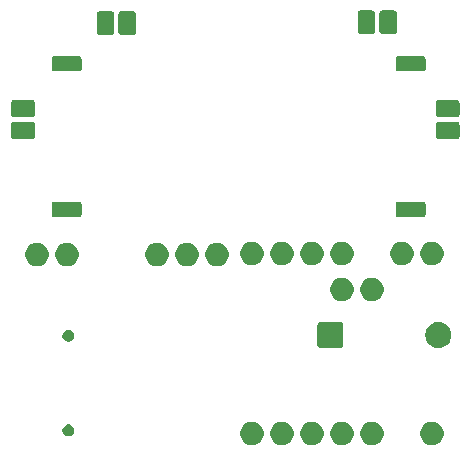
<source format=gts>
G04 #@! TF.GenerationSoftware,KiCad,Pcbnew,9.0.5*
G04 #@! TF.CreationDate,2025-12-02T21:41:35+01:00*
G04 #@! TF.ProjectId,ToyBoard,546f7942-6f61-4726-942e-6b696361645f,rev?*
G04 #@! TF.SameCoordinates,Original*
G04 #@! TF.FileFunction,Soldermask,Top*
G04 #@! TF.FilePolarity,Negative*
%FSLAX46Y46*%
G04 Gerber Fmt 4.6, Leading zero omitted, Abs format (unit mm)*
G04 Created by KiCad (PCBNEW 9.0.5) date 2025-12-02 21:41:35*
%MOMM*%
%LPD*%
G01*
G04 APERTURE LIST*
G04 APERTURE END LIST*
G36*
X138570285Y-128963060D02*
G01*
X138751397Y-129038079D01*
X138914393Y-129146990D01*
X139053010Y-129285607D01*
X139161921Y-129448603D01*
X139236940Y-129629715D01*
X139275185Y-129821983D01*
X139275185Y-130018017D01*
X139236940Y-130210285D01*
X139161921Y-130391397D01*
X139053010Y-130554393D01*
X138914393Y-130693010D01*
X138751397Y-130801921D01*
X138570285Y-130876940D01*
X138378017Y-130915185D01*
X138181983Y-130915185D01*
X137989715Y-130876940D01*
X137808603Y-130801921D01*
X137645607Y-130693010D01*
X137506990Y-130554393D01*
X137398079Y-130391397D01*
X137323060Y-130210285D01*
X137284815Y-130018017D01*
X137284815Y-129821983D01*
X137323060Y-129629715D01*
X137398079Y-129448603D01*
X137506990Y-129285607D01*
X137645607Y-129146990D01*
X137808603Y-129038079D01*
X137989715Y-128963060D01*
X138181983Y-128924815D01*
X138378017Y-128924815D01*
X138570285Y-128963060D01*
G37*
G36*
X141110285Y-128963060D02*
G01*
X141291397Y-129038079D01*
X141454393Y-129146990D01*
X141593010Y-129285607D01*
X141701921Y-129448603D01*
X141776940Y-129629715D01*
X141815185Y-129821983D01*
X141815185Y-130018017D01*
X141776940Y-130210285D01*
X141701921Y-130391397D01*
X141593010Y-130554393D01*
X141454393Y-130693010D01*
X141291397Y-130801921D01*
X141110285Y-130876940D01*
X140918017Y-130915185D01*
X140721983Y-130915185D01*
X140529715Y-130876940D01*
X140348603Y-130801921D01*
X140185607Y-130693010D01*
X140046990Y-130554393D01*
X139938079Y-130391397D01*
X139863060Y-130210285D01*
X139824815Y-130018017D01*
X139824815Y-129821983D01*
X139863060Y-129629715D01*
X139938079Y-129448603D01*
X140046990Y-129285607D01*
X140185607Y-129146990D01*
X140348603Y-129038079D01*
X140529715Y-128963060D01*
X140721983Y-128924815D01*
X140918017Y-128924815D01*
X141110285Y-128963060D01*
G37*
G36*
X143650285Y-128963060D02*
G01*
X143831397Y-129038079D01*
X143994393Y-129146990D01*
X144133010Y-129285607D01*
X144241921Y-129448603D01*
X144316940Y-129629715D01*
X144355185Y-129821983D01*
X144355185Y-130018017D01*
X144316940Y-130210285D01*
X144241921Y-130391397D01*
X144133010Y-130554393D01*
X143994393Y-130693010D01*
X143831397Y-130801921D01*
X143650285Y-130876940D01*
X143458017Y-130915185D01*
X143261983Y-130915185D01*
X143069715Y-130876940D01*
X142888603Y-130801921D01*
X142725607Y-130693010D01*
X142586990Y-130554393D01*
X142478079Y-130391397D01*
X142403060Y-130210285D01*
X142364815Y-130018017D01*
X142364815Y-129821983D01*
X142403060Y-129629715D01*
X142478079Y-129448603D01*
X142586990Y-129285607D01*
X142725607Y-129146990D01*
X142888603Y-129038079D01*
X143069715Y-128963060D01*
X143261983Y-128924815D01*
X143458017Y-128924815D01*
X143650285Y-128963060D01*
G37*
G36*
X146190285Y-128963060D02*
G01*
X146371397Y-129038079D01*
X146534393Y-129146990D01*
X146673010Y-129285607D01*
X146781921Y-129448603D01*
X146856940Y-129629715D01*
X146895185Y-129821983D01*
X146895185Y-130018017D01*
X146856940Y-130210285D01*
X146781921Y-130391397D01*
X146673010Y-130554393D01*
X146534393Y-130693010D01*
X146371397Y-130801921D01*
X146190285Y-130876940D01*
X145998017Y-130915185D01*
X145801983Y-130915185D01*
X145609715Y-130876940D01*
X145428603Y-130801921D01*
X145265607Y-130693010D01*
X145126990Y-130554393D01*
X145018079Y-130391397D01*
X144943060Y-130210285D01*
X144904815Y-130018017D01*
X144904815Y-129821983D01*
X144943060Y-129629715D01*
X145018079Y-129448603D01*
X145126990Y-129285607D01*
X145265607Y-129146990D01*
X145428603Y-129038079D01*
X145609715Y-128963060D01*
X145801983Y-128924815D01*
X145998017Y-128924815D01*
X146190285Y-128963060D01*
G37*
G36*
X148730285Y-128963060D02*
G01*
X148911397Y-129038079D01*
X149074393Y-129146990D01*
X149213010Y-129285607D01*
X149321921Y-129448603D01*
X149396940Y-129629715D01*
X149435185Y-129821983D01*
X149435185Y-130018017D01*
X149396940Y-130210285D01*
X149321921Y-130391397D01*
X149213010Y-130554393D01*
X149074393Y-130693010D01*
X148911397Y-130801921D01*
X148730285Y-130876940D01*
X148538017Y-130915185D01*
X148341983Y-130915185D01*
X148149715Y-130876940D01*
X147968603Y-130801921D01*
X147805607Y-130693010D01*
X147666990Y-130554393D01*
X147558079Y-130391397D01*
X147483060Y-130210285D01*
X147444815Y-130018017D01*
X147444815Y-129821983D01*
X147483060Y-129629715D01*
X147558079Y-129448603D01*
X147666990Y-129285607D01*
X147805607Y-129146990D01*
X147968603Y-129038079D01*
X148149715Y-128963060D01*
X148341983Y-128924815D01*
X148538017Y-128924815D01*
X148730285Y-128963060D01*
G37*
G36*
X153810285Y-128963060D02*
G01*
X153991397Y-129038079D01*
X154154393Y-129146990D01*
X154293010Y-129285607D01*
X154401921Y-129448603D01*
X154476940Y-129629715D01*
X154515185Y-129821983D01*
X154515185Y-130018017D01*
X154476940Y-130210285D01*
X154401921Y-130391397D01*
X154293010Y-130554393D01*
X154154393Y-130693010D01*
X153991397Y-130801921D01*
X153810285Y-130876940D01*
X153618017Y-130915185D01*
X153421983Y-130915185D01*
X153229715Y-130876940D01*
X153048603Y-130801921D01*
X152885607Y-130693010D01*
X152746990Y-130554393D01*
X152638079Y-130391397D01*
X152563060Y-130210285D01*
X152524815Y-130018017D01*
X152524815Y-129821983D01*
X152563060Y-129629715D01*
X152638079Y-129448603D01*
X152746990Y-129285607D01*
X152885607Y-129146990D01*
X153048603Y-129038079D01*
X153229715Y-128963060D01*
X153421983Y-128924815D01*
X153618017Y-128924815D01*
X153810285Y-128963060D01*
G37*
G36*
X122925342Y-129202060D02*
G01*
X123038381Y-129267323D01*
X123130677Y-129359619D01*
X123195940Y-129472658D01*
X123229722Y-129598737D01*
X123229722Y-129729263D01*
X123195940Y-129855342D01*
X123130677Y-129968381D01*
X123038381Y-130060677D01*
X122925342Y-130125940D01*
X122799263Y-130159722D01*
X122668737Y-130159722D01*
X122542658Y-130125940D01*
X122429619Y-130060677D01*
X122337323Y-129968381D01*
X122272060Y-129855342D01*
X122238278Y-129729263D01*
X122238278Y-129598737D01*
X122272060Y-129472658D01*
X122337323Y-129359619D01*
X122429619Y-129267323D01*
X122542658Y-129202060D01*
X122668737Y-129168278D01*
X122799263Y-129168278D01*
X122925342Y-129202060D01*
G37*
G36*
X145782850Y-120500964D02*
G01*
X145833041Y-120506787D01*
X145850191Y-120514359D01*
X145873671Y-120519030D01*
X145898806Y-120535825D01*
X145918696Y-120544607D01*
X145932280Y-120558191D01*
X145954777Y-120573223D01*
X145969808Y-120595719D01*
X145983392Y-120609303D01*
X145992173Y-120629190D01*
X146008970Y-120654329D01*
X146013640Y-120677809D01*
X146021212Y-120694958D01*
X146027036Y-120745161D01*
X146027999Y-120750000D01*
X146027999Y-120753456D01*
X146028000Y-120753465D01*
X146028000Y-121686291D01*
X146028000Y-122450001D01*
X146027034Y-122454853D01*
X146021212Y-122505041D01*
X146013641Y-122522187D01*
X146008970Y-122545671D01*
X145992171Y-122570811D01*
X145983392Y-122590696D01*
X145969810Y-122604277D01*
X145954777Y-122626777D01*
X145932277Y-122641810D01*
X145918696Y-122655392D01*
X145898811Y-122664171D01*
X145873671Y-122680970D01*
X145850188Y-122685640D01*
X145833041Y-122693212D01*
X145782838Y-122699036D01*
X145778000Y-122699999D01*
X145774543Y-122699999D01*
X145774535Y-122700000D01*
X144081465Y-122700000D01*
X144081464Y-122699999D01*
X144077999Y-122700000D01*
X144073147Y-122699035D01*
X144022958Y-122693212D01*
X144005810Y-122685640D01*
X143982329Y-122680970D01*
X143957190Y-122664173D01*
X143937303Y-122655392D01*
X143923719Y-122641808D01*
X143901223Y-122626777D01*
X143886191Y-122604280D01*
X143872607Y-122590696D01*
X143863825Y-122570806D01*
X143847030Y-122545671D01*
X143842360Y-122522192D01*
X143834787Y-122505041D01*
X143828963Y-122454838D01*
X143828001Y-122450000D01*
X143828000Y-122446542D01*
X143828000Y-122446534D01*
X143828000Y-120753465D01*
X143828000Y-120753464D01*
X143828000Y-120749999D01*
X143828964Y-120745149D01*
X143834787Y-120694958D01*
X143842359Y-120677806D01*
X143847030Y-120654329D01*
X143863823Y-120629194D01*
X143872607Y-120609303D01*
X143886193Y-120595716D01*
X143901223Y-120573223D01*
X143923716Y-120558193D01*
X143937303Y-120544607D01*
X143957194Y-120535823D01*
X143982329Y-120519030D01*
X144005805Y-120514360D01*
X144022958Y-120506787D01*
X144073163Y-120500963D01*
X144078000Y-120500001D01*
X144081456Y-120500000D01*
X144081465Y-120500000D01*
X145774535Y-120500000D01*
X145778001Y-120500000D01*
X145782850Y-120500964D01*
G37*
G36*
X154328790Y-120530393D02*
G01*
X154492952Y-120583733D01*
X154646748Y-120662096D01*
X154786393Y-120763553D01*
X154908447Y-120885607D01*
X155009904Y-121025252D01*
X155088267Y-121179048D01*
X155141607Y-121343210D01*
X155168609Y-121513695D01*
X155168609Y-121686305D01*
X155141607Y-121856790D01*
X155088267Y-122020952D01*
X155009904Y-122174748D01*
X154908447Y-122314393D01*
X154786393Y-122436447D01*
X154646748Y-122537904D01*
X154492952Y-122616267D01*
X154328790Y-122669607D01*
X154158305Y-122696609D01*
X153985695Y-122696609D01*
X153815210Y-122669607D01*
X153651048Y-122616267D01*
X153497252Y-122537904D01*
X153357607Y-122436447D01*
X153235553Y-122314393D01*
X153134096Y-122174748D01*
X153055733Y-122020952D01*
X153002393Y-121856790D01*
X152975391Y-121686305D01*
X152975391Y-121513695D01*
X153002393Y-121343210D01*
X153055733Y-121179048D01*
X153134096Y-121025252D01*
X153235553Y-120885607D01*
X153357607Y-120763553D01*
X153497252Y-120662096D01*
X153651048Y-120583733D01*
X153815210Y-120530393D01*
X153985695Y-120503391D01*
X154158305Y-120503391D01*
X154328790Y-120530393D01*
G37*
G36*
X122925342Y-121202060D02*
G01*
X123038381Y-121267323D01*
X123130677Y-121359619D01*
X123195940Y-121472658D01*
X123229722Y-121598737D01*
X123229722Y-121729263D01*
X123195940Y-121855342D01*
X123130677Y-121968381D01*
X123038381Y-122060677D01*
X122925342Y-122125940D01*
X122799263Y-122159722D01*
X122668737Y-122159722D01*
X122542658Y-122125940D01*
X122429619Y-122060677D01*
X122337323Y-121968381D01*
X122272060Y-121855342D01*
X122238278Y-121729263D01*
X122238278Y-121598737D01*
X122272060Y-121472658D01*
X122337323Y-121359619D01*
X122429619Y-121267323D01*
X122542658Y-121202060D01*
X122668737Y-121168278D01*
X122799263Y-121168278D01*
X122925342Y-121202060D01*
G37*
G36*
X146190285Y-116771060D02*
G01*
X146371397Y-116846079D01*
X146534393Y-116954990D01*
X146673010Y-117093607D01*
X146781921Y-117256603D01*
X146856940Y-117437715D01*
X146895185Y-117629983D01*
X146895185Y-117826017D01*
X146856940Y-118018285D01*
X146781921Y-118199397D01*
X146673010Y-118362393D01*
X146534393Y-118501010D01*
X146371397Y-118609921D01*
X146190285Y-118684940D01*
X145998017Y-118723185D01*
X145801983Y-118723185D01*
X145609715Y-118684940D01*
X145428603Y-118609921D01*
X145265607Y-118501010D01*
X145126990Y-118362393D01*
X145018079Y-118199397D01*
X144943060Y-118018285D01*
X144904815Y-117826017D01*
X144904815Y-117629983D01*
X144943060Y-117437715D01*
X145018079Y-117256603D01*
X145126990Y-117093607D01*
X145265607Y-116954990D01*
X145428603Y-116846079D01*
X145609715Y-116771060D01*
X145801983Y-116732815D01*
X145998017Y-116732815D01*
X146190285Y-116771060D01*
G37*
G36*
X148730285Y-116771060D02*
G01*
X148911397Y-116846079D01*
X149074393Y-116954990D01*
X149213010Y-117093607D01*
X149321921Y-117256603D01*
X149396940Y-117437715D01*
X149435185Y-117629983D01*
X149435185Y-117826017D01*
X149396940Y-118018285D01*
X149321921Y-118199397D01*
X149213010Y-118362393D01*
X149074393Y-118501010D01*
X148911397Y-118609921D01*
X148730285Y-118684940D01*
X148538017Y-118723185D01*
X148341983Y-118723185D01*
X148149715Y-118684940D01*
X147968603Y-118609921D01*
X147805607Y-118501010D01*
X147666990Y-118362393D01*
X147558079Y-118199397D01*
X147483060Y-118018285D01*
X147444815Y-117826017D01*
X147444815Y-117629983D01*
X147483060Y-117437715D01*
X147558079Y-117256603D01*
X147666990Y-117093607D01*
X147805607Y-116954990D01*
X147968603Y-116846079D01*
X148149715Y-116771060D01*
X148341983Y-116732815D01*
X148538017Y-116732815D01*
X148730285Y-116771060D01*
G37*
G36*
X120370285Y-113823060D02*
G01*
X120551397Y-113898079D01*
X120714393Y-114006990D01*
X120853010Y-114145607D01*
X120961921Y-114308603D01*
X121036940Y-114489715D01*
X121075185Y-114681983D01*
X121075185Y-114878017D01*
X121036940Y-115070285D01*
X120961921Y-115251397D01*
X120853010Y-115414393D01*
X120714393Y-115553010D01*
X120551397Y-115661921D01*
X120370285Y-115736940D01*
X120178017Y-115775185D01*
X119981983Y-115775185D01*
X119789715Y-115736940D01*
X119608603Y-115661921D01*
X119445607Y-115553010D01*
X119306990Y-115414393D01*
X119198079Y-115251397D01*
X119123060Y-115070285D01*
X119084815Y-114878017D01*
X119084815Y-114681983D01*
X119123060Y-114489715D01*
X119198079Y-114308603D01*
X119306990Y-114145607D01*
X119445607Y-114006990D01*
X119608603Y-113898079D01*
X119789715Y-113823060D01*
X119981983Y-113784815D01*
X120178017Y-113784815D01*
X120370285Y-113823060D01*
G37*
G36*
X122910285Y-113823060D02*
G01*
X123091397Y-113898079D01*
X123254393Y-114006990D01*
X123393010Y-114145607D01*
X123501921Y-114308603D01*
X123576940Y-114489715D01*
X123615185Y-114681983D01*
X123615185Y-114878017D01*
X123576940Y-115070285D01*
X123501921Y-115251397D01*
X123393010Y-115414393D01*
X123254393Y-115553010D01*
X123091397Y-115661921D01*
X122910285Y-115736940D01*
X122718017Y-115775185D01*
X122521983Y-115775185D01*
X122329715Y-115736940D01*
X122148603Y-115661921D01*
X121985607Y-115553010D01*
X121846990Y-115414393D01*
X121738079Y-115251397D01*
X121663060Y-115070285D01*
X121624815Y-114878017D01*
X121624815Y-114681983D01*
X121663060Y-114489715D01*
X121738079Y-114308603D01*
X121846990Y-114145607D01*
X121985607Y-114006990D01*
X122148603Y-113898079D01*
X122329715Y-113823060D01*
X122521983Y-113784815D01*
X122718017Y-113784815D01*
X122910285Y-113823060D01*
G37*
G36*
X130530285Y-113823060D02*
G01*
X130711397Y-113898079D01*
X130874393Y-114006990D01*
X131013010Y-114145607D01*
X131121921Y-114308603D01*
X131196940Y-114489715D01*
X131235185Y-114681983D01*
X131235185Y-114878017D01*
X131196940Y-115070285D01*
X131121921Y-115251397D01*
X131013010Y-115414393D01*
X130874393Y-115553010D01*
X130711397Y-115661921D01*
X130530285Y-115736940D01*
X130338017Y-115775185D01*
X130141983Y-115775185D01*
X129949715Y-115736940D01*
X129768603Y-115661921D01*
X129605607Y-115553010D01*
X129466990Y-115414393D01*
X129358079Y-115251397D01*
X129283060Y-115070285D01*
X129244815Y-114878017D01*
X129244815Y-114681983D01*
X129283060Y-114489715D01*
X129358079Y-114308603D01*
X129466990Y-114145607D01*
X129605607Y-114006990D01*
X129768603Y-113898079D01*
X129949715Y-113823060D01*
X130141983Y-113784815D01*
X130338017Y-113784815D01*
X130530285Y-113823060D01*
G37*
G36*
X133070285Y-113823060D02*
G01*
X133251397Y-113898079D01*
X133414393Y-114006990D01*
X133553010Y-114145607D01*
X133661921Y-114308603D01*
X133736940Y-114489715D01*
X133775185Y-114681983D01*
X133775185Y-114878017D01*
X133736940Y-115070285D01*
X133661921Y-115251397D01*
X133553010Y-115414393D01*
X133414393Y-115553010D01*
X133251397Y-115661921D01*
X133070285Y-115736940D01*
X132878017Y-115775185D01*
X132681983Y-115775185D01*
X132489715Y-115736940D01*
X132308603Y-115661921D01*
X132145607Y-115553010D01*
X132006990Y-115414393D01*
X131898079Y-115251397D01*
X131823060Y-115070285D01*
X131784815Y-114878017D01*
X131784815Y-114681983D01*
X131823060Y-114489715D01*
X131898079Y-114308603D01*
X132006990Y-114145607D01*
X132145607Y-114006990D01*
X132308603Y-113898079D01*
X132489715Y-113823060D01*
X132681983Y-113784815D01*
X132878017Y-113784815D01*
X133070285Y-113823060D01*
G37*
G36*
X135610285Y-113823060D02*
G01*
X135791397Y-113898079D01*
X135954393Y-114006990D01*
X136093010Y-114145607D01*
X136201921Y-114308603D01*
X136276940Y-114489715D01*
X136315185Y-114681983D01*
X136315185Y-114878017D01*
X136276940Y-115070285D01*
X136201921Y-115251397D01*
X136093010Y-115414393D01*
X135954393Y-115553010D01*
X135791397Y-115661921D01*
X135610285Y-115736940D01*
X135418017Y-115775185D01*
X135221983Y-115775185D01*
X135029715Y-115736940D01*
X134848603Y-115661921D01*
X134685607Y-115553010D01*
X134546990Y-115414393D01*
X134438079Y-115251397D01*
X134363060Y-115070285D01*
X134324815Y-114878017D01*
X134324815Y-114681983D01*
X134363060Y-114489715D01*
X134438079Y-114308603D01*
X134546990Y-114145607D01*
X134685607Y-114006990D01*
X134848603Y-113898079D01*
X135029715Y-113823060D01*
X135221983Y-113784815D01*
X135418017Y-113784815D01*
X135610285Y-113823060D01*
G37*
G36*
X138570285Y-113723060D02*
G01*
X138751397Y-113798079D01*
X138914393Y-113906990D01*
X139053010Y-114045607D01*
X139161921Y-114208603D01*
X139236940Y-114389715D01*
X139275185Y-114581983D01*
X139275185Y-114778017D01*
X139236940Y-114970285D01*
X139161921Y-115151397D01*
X139053010Y-115314393D01*
X138914393Y-115453010D01*
X138751397Y-115561921D01*
X138570285Y-115636940D01*
X138378017Y-115675185D01*
X138181983Y-115675185D01*
X137989715Y-115636940D01*
X137808603Y-115561921D01*
X137645607Y-115453010D01*
X137506990Y-115314393D01*
X137398079Y-115151397D01*
X137323060Y-114970285D01*
X137284815Y-114778017D01*
X137284815Y-114581983D01*
X137323060Y-114389715D01*
X137398079Y-114208603D01*
X137506990Y-114045607D01*
X137645607Y-113906990D01*
X137808603Y-113798079D01*
X137989715Y-113723060D01*
X138181983Y-113684815D01*
X138378017Y-113684815D01*
X138570285Y-113723060D01*
G37*
G36*
X141110285Y-113723060D02*
G01*
X141291397Y-113798079D01*
X141454393Y-113906990D01*
X141593010Y-114045607D01*
X141701921Y-114208603D01*
X141776940Y-114389715D01*
X141815185Y-114581983D01*
X141815185Y-114778017D01*
X141776940Y-114970285D01*
X141701921Y-115151397D01*
X141593010Y-115314393D01*
X141454393Y-115453010D01*
X141291397Y-115561921D01*
X141110285Y-115636940D01*
X140918017Y-115675185D01*
X140721983Y-115675185D01*
X140529715Y-115636940D01*
X140348603Y-115561921D01*
X140185607Y-115453010D01*
X140046990Y-115314393D01*
X139938079Y-115151397D01*
X139863060Y-114970285D01*
X139824815Y-114778017D01*
X139824815Y-114581983D01*
X139863060Y-114389715D01*
X139938079Y-114208603D01*
X140046990Y-114045607D01*
X140185607Y-113906990D01*
X140348603Y-113798079D01*
X140529715Y-113723060D01*
X140721983Y-113684815D01*
X140918017Y-113684815D01*
X141110285Y-113723060D01*
G37*
G36*
X143650285Y-113723060D02*
G01*
X143831397Y-113798079D01*
X143994393Y-113906990D01*
X144133010Y-114045607D01*
X144241921Y-114208603D01*
X144316940Y-114389715D01*
X144355185Y-114581983D01*
X144355185Y-114778017D01*
X144316940Y-114970285D01*
X144241921Y-115151397D01*
X144133010Y-115314393D01*
X143994393Y-115453010D01*
X143831397Y-115561921D01*
X143650285Y-115636940D01*
X143458017Y-115675185D01*
X143261983Y-115675185D01*
X143069715Y-115636940D01*
X142888603Y-115561921D01*
X142725607Y-115453010D01*
X142586990Y-115314393D01*
X142478079Y-115151397D01*
X142403060Y-114970285D01*
X142364815Y-114778017D01*
X142364815Y-114581983D01*
X142403060Y-114389715D01*
X142478079Y-114208603D01*
X142586990Y-114045607D01*
X142725607Y-113906990D01*
X142888603Y-113798079D01*
X143069715Y-113723060D01*
X143261983Y-113684815D01*
X143458017Y-113684815D01*
X143650285Y-113723060D01*
G37*
G36*
X146190285Y-113723060D02*
G01*
X146371397Y-113798079D01*
X146534393Y-113906990D01*
X146673010Y-114045607D01*
X146781921Y-114208603D01*
X146856940Y-114389715D01*
X146895185Y-114581983D01*
X146895185Y-114778017D01*
X146856940Y-114970285D01*
X146781921Y-115151397D01*
X146673010Y-115314393D01*
X146534393Y-115453010D01*
X146371397Y-115561921D01*
X146190285Y-115636940D01*
X145998017Y-115675185D01*
X145801983Y-115675185D01*
X145609715Y-115636940D01*
X145428603Y-115561921D01*
X145265607Y-115453010D01*
X145126990Y-115314393D01*
X145018079Y-115151397D01*
X144943060Y-114970285D01*
X144904815Y-114778017D01*
X144904815Y-114581983D01*
X144943060Y-114389715D01*
X145018079Y-114208603D01*
X145126990Y-114045607D01*
X145265607Y-113906990D01*
X145428603Y-113798079D01*
X145609715Y-113723060D01*
X145801983Y-113684815D01*
X145998017Y-113684815D01*
X146190285Y-113723060D01*
G37*
G36*
X151270285Y-113723060D02*
G01*
X151451397Y-113798079D01*
X151614393Y-113906990D01*
X151753010Y-114045607D01*
X151861921Y-114208603D01*
X151936940Y-114389715D01*
X151975185Y-114581983D01*
X151975185Y-114778017D01*
X151936940Y-114970285D01*
X151861921Y-115151397D01*
X151753010Y-115314393D01*
X151614393Y-115453010D01*
X151451397Y-115561921D01*
X151270285Y-115636940D01*
X151078017Y-115675185D01*
X150881983Y-115675185D01*
X150689715Y-115636940D01*
X150508603Y-115561921D01*
X150345607Y-115453010D01*
X150206990Y-115314393D01*
X150098079Y-115151397D01*
X150023060Y-114970285D01*
X149984815Y-114778017D01*
X149984815Y-114581983D01*
X150023060Y-114389715D01*
X150098079Y-114208603D01*
X150206990Y-114045607D01*
X150345607Y-113906990D01*
X150508603Y-113798079D01*
X150689715Y-113723060D01*
X150881983Y-113684815D01*
X151078017Y-113684815D01*
X151270285Y-113723060D01*
G37*
G36*
X153810285Y-113723060D02*
G01*
X153991397Y-113798079D01*
X154154393Y-113906990D01*
X154293010Y-114045607D01*
X154401921Y-114208603D01*
X154476940Y-114389715D01*
X154515185Y-114581983D01*
X154515185Y-114778017D01*
X154476940Y-114970285D01*
X154401921Y-115151397D01*
X154293010Y-115314393D01*
X154154393Y-115453010D01*
X153991397Y-115561921D01*
X153810285Y-115636940D01*
X153618017Y-115675185D01*
X153421983Y-115675185D01*
X153229715Y-115636940D01*
X153048603Y-115561921D01*
X152885607Y-115453010D01*
X152746990Y-115314393D01*
X152638079Y-115151397D01*
X152563060Y-114970285D01*
X152524815Y-114778017D01*
X152524815Y-114581983D01*
X152563060Y-114389715D01*
X152638079Y-114208603D01*
X152746990Y-114045607D01*
X152885607Y-113906990D01*
X153048603Y-113798079D01*
X153229715Y-113723060D01*
X153421983Y-113684815D01*
X153618017Y-113684815D01*
X153810285Y-113723060D01*
G37*
G36*
X123734401Y-110329501D02*
G01*
X123796204Y-110370796D01*
X123837499Y-110432599D01*
X123852000Y-110505500D01*
X123852000Y-111394500D01*
X123837499Y-111467401D01*
X123796204Y-111529204D01*
X123734401Y-111570499D01*
X123661500Y-111585000D01*
X121502500Y-111585000D01*
X121429599Y-111570499D01*
X121367796Y-111529204D01*
X121326501Y-111467401D01*
X121312000Y-111394500D01*
X121312000Y-110505500D01*
X121326501Y-110432599D01*
X121367796Y-110370796D01*
X121429599Y-110329501D01*
X121502500Y-110315000D01*
X123661500Y-110315000D01*
X123734401Y-110329501D01*
G37*
G36*
X152868201Y-110329501D02*
G01*
X152930004Y-110370796D01*
X152971299Y-110432599D01*
X152985800Y-110505500D01*
X152985800Y-111394500D01*
X152971299Y-111467401D01*
X152930004Y-111529204D01*
X152868201Y-111570499D01*
X152795300Y-111585000D01*
X150636300Y-111585000D01*
X150563399Y-111570499D01*
X150501596Y-111529204D01*
X150460301Y-111467401D01*
X150445800Y-111394500D01*
X150445800Y-110505500D01*
X150460301Y-110432599D01*
X150501596Y-110370796D01*
X150563399Y-110329501D01*
X150636300Y-110315000D01*
X152795300Y-110315000D01*
X152868201Y-110329501D01*
G37*
G36*
X119655350Y-103525964D02*
G01*
X119705540Y-103531787D01*
X119722689Y-103539359D01*
X119746171Y-103544030D01*
X119771310Y-103560827D01*
X119791196Y-103569608D01*
X119804777Y-103583189D01*
X119827277Y-103598223D01*
X119842310Y-103620722D01*
X119855891Y-103634303D01*
X119864670Y-103654186D01*
X119881470Y-103679329D01*
X119886141Y-103702812D01*
X119893712Y-103719959D01*
X119899533Y-103770139D01*
X119900500Y-103775000D01*
X119900500Y-104775000D01*
X119899532Y-104779863D01*
X119893712Y-104830040D01*
X119886141Y-104847185D01*
X119881470Y-104870671D01*
X119864669Y-104895815D01*
X119855891Y-104915696D01*
X119842312Y-104929274D01*
X119827277Y-104951777D01*
X119804774Y-104966812D01*
X119791196Y-104980391D01*
X119771315Y-104989169D01*
X119746171Y-105005970D01*
X119722685Y-105010641D01*
X119705540Y-105018212D01*
X119655361Y-105024032D01*
X119650500Y-105025000D01*
X118150500Y-105025000D01*
X118145638Y-105024032D01*
X118095459Y-105018212D01*
X118078312Y-105010641D01*
X118054829Y-105005970D01*
X118029686Y-104989170D01*
X118009803Y-104980391D01*
X117996222Y-104966810D01*
X117973723Y-104951777D01*
X117958689Y-104929277D01*
X117945108Y-104915696D01*
X117936327Y-104895810D01*
X117919530Y-104870671D01*
X117914859Y-104847189D01*
X117907287Y-104830040D01*
X117901464Y-104779849D01*
X117900500Y-104775000D01*
X117900500Y-103775000D01*
X117901464Y-103770150D01*
X117907287Y-103719959D01*
X117914859Y-103702808D01*
X117919530Y-103679329D01*
X117936326Y-103654191D01*
X117945108Y-103634303D01*
X117958691Y-103620719D01*
X117973723Y-103598223D01*
X117996219Y-103583191D01*
X118009803Y-103569608D01*
X118029691Y-103560826D01*
X118054829Y-103544030D01*
X118078308Y-103539359D01*
X118095459Y-103531787D01*
X118145651Y-103525964D01*
X118150500Y-103525000D01*
X119650500Y-103525000D01*
X119655350Y-103525964D01*
G37*
G36*
X155612850Y-103525964D02*
G01*
X155663040Y-103531787D01*
X155680189Y-103539359D01*
X155703671Y-103544030D01*
X155728810Y-103560827D01*
X155748696Y-103569608D01*
X155762277Y-103583189D01*
X155784777Y-103598223D01*
X155799810Y-103620722D01*
X155813391Y-103634303D01*
X155822170Y-103654186D01*
X155838970Y-103679329D01*
X155843641Y-103702812D01*
X155851212Y-103719959D01*
X155857033Y-103770139D01*
X155858000Y-103775000D01*
X155858000Y-104775000D01*
X155857032Y-104779863D01*
X155851212Y-104830040D01*
X155843641Y-104847185D01*
X155838970Y-104870671D01*
X155822169Y-104895815D01*
X155813391Y-104915696D01*
X155799812Y-104929274D01*
X155784777Y-104951777D01*
X155762274Y-104966812D01*
X155748696Y-104980391D01*
X155728815Y-104989169D01*
X155703671Y-105005970D01*
X155680185Y-105010641D01*
X155663040Y-105018212D01*
X155612861Y-105024032D01*
X155608000Y-105025000D01*
X154108000Y-105025000D01*
X154103138Y-105024032D01*
X154052959Y-105018212D01*
X154035812Y-105010641D01*
X154012329Y-105005970D01*
X153987186Y-104989170D01*
X153967303Y-104980391D01*
X153953722Y-104966810D01*
X153931223Y-104951777D01*
X153916189Y-104929277D01*
X153902608Y-104915696D01*
X153893827Y-104895810D01*
X153877030Y-104870671D01*
X153872359Y-104847189D01*
X153864787Y-104830040D01*
X153858964Y-104779849D01*
X153858000Y-104775000D01*
X153858000Y-103775000D01*
X153858964Y-103770150D01*
X153864787Y-103719959D01*
X153872359Y-103702808D01*
X153877030Y-103679329D01*
X153893826Y-103654191D01*
X153902608Y-103634303D01*
X153916191Y-103620719D01*
X153931223Y-103598223D01*
X153953719Y-103583191D01*
X153967303Y-103569608D01*
X153987191Y-103560826D01*
X154012329Y-103544030D01*
X154035808Y-103539359D01*
X154052959Y-103531787D01*
X154103151Y-103525964D01*
X154108000Y-103525000D01*
X155608000Y-103525000D01*
X155612850Y-103525964D01*
G37*
G36*
X119655350Y-101675964D02*
G01*
X119705540Y-101681787D01*
X119722689Y-101689359D01*
X119746171Y-101694030D01*
X119771310Y-101710827D01*
X119791196Y-101719608D01*
X119804777Y-101733189D01*
X119827277Y-101748223D01*
X119842310Y-101770722D01*
X119855891Y-101784303D01*
X119864670Y-101804186D01*
X119881470Y-101829329D01*
X119886141Y-101852812D01*
X119893712Y-101869959D01*
X119899533Y-101920139D01*
X119900500Y-101925000D01*
X119900500Y-102925000D01*
X119899532Y-102929863D01*
X119893712Y-102980040D01*
X119886141Y-102997185D01*
X119881470Y-103020671D01*
X119864669Y-103045815D01*
X119855891Y-103065696D01*
X119842312Y-103079274D01*
X119827277Y-103101777D01*
X119804774Y-103116812D01*
X119791196Y-103130391D01*
X119771315Y-103139169D01*
X119746171Y-103155970D01*
X119722685Y-103160641D01*
X119705540Y-103168212D01*
X119655361Y-103174032D01*
X119650500Y-103175000D01*
X118150500Y-103175000D01*
X118145638Y-103174032D01*
X118095459Y-103168212D01*
X118078312Y-103160641D01*
X118054829Y-103155970D01*
X118029686Y-103139170D01*
X118009803Y-103130391D01*
X117996222Y-103116810D01*
X117973723Y-103101777D01*
X117958689Y-103079277D01*
X117945108Y-103065696D01*
X117936327Y-103045810D01*
X117919530Y-103020671D01*
X117914859Y-102997189D01*
X117907287Y-102980040D01*
X117901464Y-102929849D01*
X117900500Y-102925000D01*
X117900500Y-101925000D01*
X117901464Y-101920150D01*
X117907287Y-101869959D01*
X117914859Y-101852808D01*
X117919530Y-101829329D01*
X117936326Y-101804191D01*
X117945108Y-101784303D01*
X117958691Y-101770719D01*
X117973723Y-101748223D01*
X117996219Y-101733191D01*
X118009803Y-101719608D01*
X118029691Y-101710826D01*
X118054829Y-101694030D01*
X118078308Y-101689359D01*
X118095459Y-101681787D01*
X118145651Y-101675964D01*
X118150500Y-101675000D01*
X119650500Y-101675000D01*
X119655350Y-101675964D01*
G37*
G36*
X155612850Y-101675964D02*
G01*
X155663040Y-101681787D01*
X155680189Y-101689359D01*
X155703671Y-101694030D01*
X155728810Y-101710827D01*
X155748696Y-101719608D01*
X155762277Y-101733189D01*
X155784777Y-101748223D01*
X155799810Y-101770722D01*
X155813391Y-101784303D01*
X155822170Y-101804186D01*
X155838970Y-101829329D01*
X155843641Y-101852812D01*
X155851212Y-101869959D01*
X155857033Y-101920139D01*
X155858000Y-101925000D01*
X155858000Y-102925000D01*
X155857032Y-102929863D01*
X155851212Y-102980040D01*
X155843641Y-102997185D01*
X155838970Y-103020671D01*
X155822169Y-103045815D01*
X155813391Y-103065696D01*
X155799812Y-103079274D01*
X155784777Y-103101777D01*
X155762274Y-103116812D01*
X155748696Y-103130391D01*
X155728815Y-103139169D01*
X155703671Y-103155970D01*
X155680185Y-103160641D01*
X155663040Y-103168212D01*
X155612861Y-103174032D01*
X155608000Y-103175000D01*
X154108000Y-103175000D01*
X154103138Y-103174032D01*
X154052959Y-103168212D01*
X154035812Y-103160641D01*
X154012329Y-103155970D01*
X153987186Y-103139170D01*
X153967303Y-103130391D01*
X153953722Y-103116810D01*
X153931223Y-103101777D01*
X153916189Y-103079277D01*
X153902608Y-103065696D01*
X153893827Y-103045810D01*
X153877030Y-103020671D01*
X153872359Y-102997189D01*
X153864787Y-102980040D01*
X153858964Y-102929849D01*
X153858000Y-102925000D01*
X153858000Y-101925000D01*
X153858964Y-101920150D01*
X153864787Y-101869959D01*
X153872359Y-101852808D01*
X153877030Y-101829329D01*
X153893826Y-101804191D01*
X153902608Y-101784303D01*
X153916191Y-101770719D01*
X153931223Y-101748223D01*
X153953719Y-101733191D01*
X153967303Y-101719608D01*
X153987191Y-101710826D01*
X154012329Y-101694030D01*
X154035808Y-101689359D01*
X154052959Y-101681787D01*
X154103151Y-101675964D01*
X154108000Y-101675000D01*
X155608000Y-101675000D01*
X155612850Y-101675964D01*
G37*
G36*
X123734401Y-98010501D02*
G01*
X123796204Y-98051796D01*
X123837499Y-98113599D01*
X123852000Y-98186500D01*
X123852000Y-99075500D01*
X123837499Y-99148401D01*
X123796204Y-99210204D01*
X123734401Y-99251499D01*
X123661500Y-99266000D01*
X121502500Y-99266000D01*
X121429599Y-99251499D01*
X121367796Y-99210204D01*
X121326501Y-99148401D01*
X121312000Y-99075500D01*
X121312000Y-98186500D01*
X121326501Y-98113599D01*
X121367796Y-98051796D01*
X121429599Y-98010501D01*
X121502500Y-97996000D01*
X123661500Y-97996000D01*
X123734401Y-98010501D01*
G37*
G36*
X152868201Y-98010501D02*
G01*
X152930004Y-98051796D01*
X152971299Y-98113599D01*
X152985800Y-98186500D01*
X152985800Y-99075500D01*
X152971299Y-99148401D01*
X152930004Y-99210204D01*
X152868201Y-99251499D01*
X152795300Y-99266000D01*
X150636300Y-99266000D01*
X150563399Y-99251499D01*
X150501596Y-99210204D01*
X150460301Y-99148401D01*
X150445800Y-99075500D01*
X150445800Y-98186500D01*
X150460301Y-98113599D01*
X150501596Y-98051796D01*
X150563399Y-98010501D01*
X150636300Y-97996000D01*
X152795300Y-97996000D01*
X152868201Y-98010501D01*
G37*
G36*
X126379850Y-94185964D02*
G01*
X126430040Y-94191787D01*
X126447189Y-94199359D01*
X126470671Y-94204030D01*
X126495810Y-94220827D01*
X126515696Y-94229608D01*
X126529277Y-94243189D01*
X126551777Y-94258223D01*
X126566810Y-94280722D01*
X126580391Y-94294303D01*
X126589170Y-94314186D01*
X126605970Y-94339329D01*
X126610641Y-94362812D01*
X126618212Y-94379959D01*
X126624033Y-94430139D01*
X126625000Y-94435000D01*
X126625000Y-95935000D01*
X126624032Y-95939863D01*
X126618212Y-95990040D01*
X126610641Y-96007185D01*
X126605970Y-96030671D01*
X126589169Y-96055815D01*
X126580391Y-96075696D01*
X126566812Y-96089274D01*
X126551777Y-96111777D01*
X126529274Y-96126812D01*
X126515696Y-96140391D01*
X126495815Y-96149169D01*
X126470671Y-96165970D01*
X126447185Y-96170641D01*
X126430040Y-96178212D01*
X126379861Y-96184032D01*
X126375000Y-96185000D01*
X125375000Y-96185000D01*
X125370138Y-96184032D01*
X125319959Y-96178212D01*
X125302812Y-96170641D01*
X125279329Y-96165970D01*
X125254186Y-96149170D01*
X125234303Y-96140391D01*
X125220722Y-96126810D01*
X125198223Y-96111777D01*
X125183189Y-96089277D01*
X125169608Y-96075696D01*
X125160827Y-96055810D01*
X125144030Y-96030671D01*
X125139359Y-96007189D01*
X125131787Y-95990040D01*
X125125964Y-95939849D01*
X125125000Y-95935000D01*
X125125000Y-94435000D01*
X125125964Y-94430150D01*
X125131787Y-94379959D01*
X125139359Y-94362808D01*
X125144030Y-94339329D01*
X125160826Y-94314191D01*
X125169608Y-94294303D01*
X125183191Y-94280719D01*
X125198223Y-94258223D01*
X125220719Y-94243191D01*
X125234303Y-94229608D01*
X125254191Y-94220826D01*
X125279329Y-94204030D01*
X125302808Y-94199359D01*
X125319959Y-94191787D01*
X125370151Y-94185964D01*
X125375000Y-94185000D01*
X126375000Y-94185000D01*
X126379850Y-94185964D01*
G37*
G36*
X128229850Y-94185964D02*
G01*
X128280040Y-94191787D01*
X128297189Y-94199359D01*
X128320671Y-94204030D01*
X128345810Y-94220827D01*
X128365696Y-94229608D01*
X128379277Y-94243189D01*
X128401777Y-94258223D01*
X128416810Y-94280722D01*
X128430391Y-94294303D01*
X128439170Y-94314186D01*
X128455970Y-94339329D01*
X128460641Y-94362812D01*
X128468212Y-94379959D01*
X128474033Y-94430139D01*
X128475000Y-94435000D01*
X128475000Y-95935000D01*
X128474032Y-95939863D01*
X128468212Y-95990040D01*
X128460641Y-96007185D01*
X128455970Y-96030671D01*
X128439169Y-96055815D01*
X128430391Y-96075696D01*
X128416812Y-96089274D01*
X128401777Y-96111777D01*
X128379274Y-96126812D01*
X128365696Y-96140391D01*
X128345815Y-96149169D01*
X128320671Y-96165970D01*
X128297185Y-96170641D01*
X128280040Y-96178212D01*
X128229861Y-96184032D01*
X128225000Y-96185000D01*
X127225000Y-96185000D01*
X127220138Y-96184032D01*
X127169959Y-96178212D01*
X127152812Y-96170641D01*
X127129329Y-96165970D01*
X127104186Y-96149170D01*
X127084303Y-96140391D01*
X127070722Y-96126810D01*
X127048223Y-96111777D01*
X127033189Y-96089277D01*
X127019608Y-96075696D01*
X127010827Y-96055810D01*
X126994030Y-96030671D01*
X126989359Y-96007189D01*
X126981787Y-95990040D01*
X126975964Y-95939849D01*
X126975000Y-95935000D01*
X126975000Y-94435000D01*
X126975964Y-94430150D01*
X126981787Y-94379959D01*
X126989359Y-94362808D01*
X126994030Y-94339329D01*
X127010826Y-94314191D01*
X127019608Y-94294303D01*
X127033191Y-94280719D01*
X127048223Y-94258223D01*
X127070719Y-94243191D01*
X127084303Y-94229608D01*
X127104191Y-94220826D01*
X127129329Y-94204030D01*
X127152808Y-94199359D01*
X127169959Y-94191787D01*
X127220151Y-94185964D01*
X127225000Y-94185000D01*
X128225000Y-94185000D01*
X128229850Y-94185964D01*
G37*
G36*
X148479850Y-94115964D02*
G01*
X148530040Y-94121787D01*
X148547189Y-94129359D01*
X148570671Y-94134030D01*
X148595810Y-94150827D01*
X148615696Y-94159608D01*
X148629277Y-94173189D01*
X148651777Y-94188223D01*
X148666810Y-94210722D01*
X148680391Y-94224303D01*
X148689170Y-94244186D01*
X148705970Y-94269329D01*
X148710641Y-94292812D01*
X148718212Y-94309959D01*
X148724033Y-94360139D01*
X148725000Y-94365000D01*
X148725000Y-95865000D01*
X148724032Y-95869863D01*
X148718212Y-95920040D01*
X148710641Y-95937185D01*
X148705970Y-95960671D01*
X148689169Y-95985815D01*
X148680391Y-96005696D01*
X148666812Y-96019274D01*
X148651777Y-96041777D01*
X148629274Y-96056812D01*
X148615696Y-96070391D01*
X148595815Y-96079169D01*
X148570671Y-96095970D01*
X148547185Y-96100641D01*
X148530040Y-96108212D01*
X148479861Y-96114032D01*
X148475000Y-96115000D01*
X147475000Y-96115000D01*
X147470138Y-96114032D01*
X147419959Y-96108212D01*
X147402812Y-96100641D01*
X147379329Y-96095970D01*
X147354186Y-96079170D01*
X147334303Y-96070391D01*
X147320722Y-96056810D01*
X147298223Y-96041777D01*
X147283189Y-96019277D01*
X147269608Y-96005696D01*
X147260827Y-95985810D01*
X147244030Y-95960671D01*
X147239359Y-95937189D01*
X147231787Y-95920040D01*
X147225964Y-95869849D01*
X147225000Y-95865000D01*
X147225000Y-94365000D01*
X147225964Y-94360150D01*
X147231787Y-94309959D01*
X147239359Y-94292808D01*
X147244030Y-94269329D01*
X147260826Y-94244191D01*
X147269608Y-94224303D01*
X147283191Y-94210719D01*
X147298223Y-94188223D01*
X147320719Y-94173191D01*
X147334303Y-94159608D01*
X147354191Y-94150826D01*
X147379329Y-94134030D01*
X147402808Y-94129359D01*
X147419959Y-94121787D01*
X147470151Y-94115964D01*
X147475000Y-94115000D01*
X148475000Y-94115000D01*
X148479850Y-94115964D01*
G37*
G36*
X150329850Y-94115964D02*
G01*
X150380040Y-94121787D01*
X150397189Y-94129359D01*
X150420671Y-94134030D01*
X150445810Y-94150827D01*
X150465696Y-94159608D01*
X150479277Y-94173189D01*
X150501777Y-94188223D01*
X150516810Y-94210722D01*
X150530391Y-94224303D01*
X150539170Y-94244186D01*
X150555970Y-94269329D01*
X150560641Y-94292812D01*
X150568212Y-94309959D01*
X150574033Y-94360139D01*
X150575000Y-94365000D01*
X150575000Y-95865000D01*
X150574032Y-95869863D01*
X150568212Y-95920040D01*
X150560641Y-95937185D01*
X150555970Y-95960671D01*
X150539169Y-95985815D01*
X150530391Y-96005696D01*
X150516812Y-96019274D01*
X150501777Y-96041777D01*
X150479274Y-96056812D01*
X150465696Y-96070391D01*
X150445815Y-96079169D01*
X150420671Y-96095970D01*
X150397185Y-96100641D01*
X150380040Y-96108212D01*
X150329861Y-96114032D01*
X150325000Y-96115000D01*
X149325000Y-96115000D01*
X149320138Y-96114032D01*
X149269959Y-96108212D01*
X149252812Y-96100641D01*
X149229329Y-96095970D01*
X149204186Y-96079170D01*
X149184303Y-96070391D01*
X149170722Y-96056810D01*
X149148223Y-96041777D01*
X149133189Y-96019277D01*
X149119608Y-96005696D01*
X149110827Y-95985810D01*
X149094030Y-95960671D01*
X149089359Y-95937189D01*
X149081787Y-95920040D01*
X149075964Y-95869849D01*
X149075000Y-95865000D01*
X149075000Y-94365000D01*
X149075964Y-94360150D01*
X149081787Y-94309959D01*
X149089359Y-94292808D01*
X149094030Y-94269329D01*
X149110826Y-94244191D01*
X149119608Y-94224303D01*
X149133191Y-94210719D01*
X149148223Y-94188223D01*
X149170719Y-94173191D01*
X149184303Y-94159608D01*
X149204191Y-94150826D01*
X149229329Y-94134030D01*
X149252808Y-94129359D01*
X149269959Y-94121787D01*
X149320151Y-94115964D01*
X149325000Y-94115000D01*
X150325000Y-94115000D01*
X150329850Y-94115964D01*
G37*
M02*

</source>
